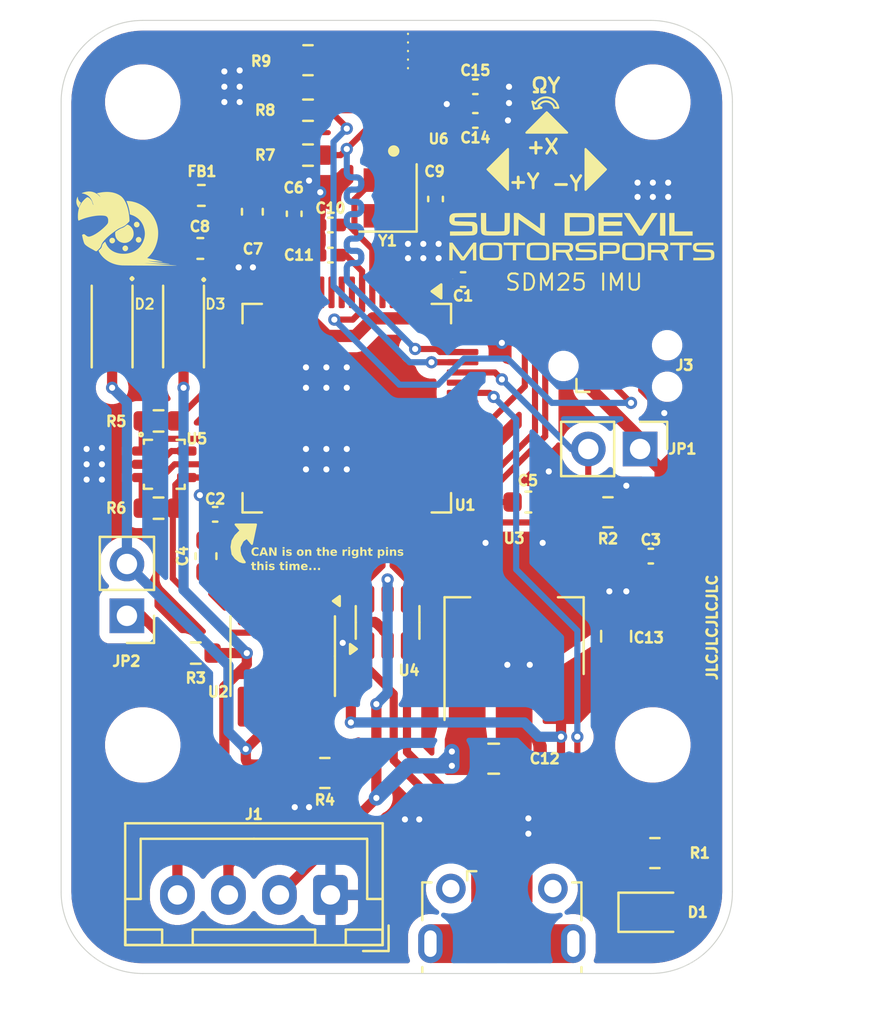
<source format=kicad_pcb>
(kicad_pcb (version 20241229) (generator "pcbnew") (generator_version "9.0")
  (layers (0 "F.Cu" signal) (4 "In1.Cu" signal) (6 "In2.Cu" signal) (2 "B.Cu" signal) (13 "F.Paste" user) (15 "B.Paste" user) (5 "F.SilkS" user "F.Silkscreen") (7 "B.SilkS" user "B.Silkscreen") (1 "F.Mask" user) (3 "B.Mask" user) (25 "Edge.Cuts" user))
  (net 0 "")
  (net 1 "+3.3V")
  (net 2 "/CS")
  (net 3 "/USER_LED")
  (net 4 "Net-(D3-A)")
  (net 5 "/Rs")
  (net 6 "GND")
  (net 7 "/BOOT0")
  (net 8 "/SDA0")
  (net 9 "/I2C2_SDA")
  (net 10 "/I2C2_SCL")
  (net 11 "Net-(JP2-A)")
  (net 12 "/CANH")
  (net 13 "/USB_D+")
  (net 14 "/D-")
  (net 15 "VCC")
  (net 16 "/D+")
  (net 17 "/USB_D-")
  (net 18 "/CTX")
  (net 19 "/CRX")
  (net 20 "/CANL")
  (net 22 "/SWDIO")
  (net 23 "Net-(U2-VDDA)")
  (net 25 "/SWO")
  (net 26 "/VCAP_2")
  (net 27 "x")
  (net 28 "SCL0")
  (net 41 "/HSE_IN")
  (net 44 "/HSE_OUT")
  (net 54 "/VCAP_1")
  (net 56 "/SWCLK")
  (net 58 "/NRST")
  (footprint "Capacitor_SMD:C_0402_1005Metric" (layer "F.Cu") (at 96.2 91.025 180)
    (property "Reference" "C10")
    (property "Value" "10pF")
  )
  (footprint "Library:SOD-123FL" (layer "F.Cu") (at 89 96 -90)
    (property "Reference" "D3")
    (property "Value" "TVS")
  )
  (footprint "Connector_USB:USB_Micro-B_Molex-105017-0001" (layer "F.Cu") (at 104.6 125)
    (property "Reference" "J2" (hide yes))
    (property "Value" "USB_B_Micro")
  )
  (footprint "Capacitor_SMD:C_0603_1608Metric" (layer "F.Cu") (at 105.9 104.6 180)
    (property "Reference" "C5")
    (property "Value" "2.2uF")
  )
  (footprint "Resistor_SMD:R_0603_1608Metric" (layer "F.Cu") (at 89.6 112 180)
    (property "Reference" "R3")
    (property "Value" "120")
  )
  (footprint "Capacitor_SMD:C_0402_1005Metric" (layer "F.Cu") (at 102.7 93.7)
    (property "Reference" "C1")
    (property "Value" "100nF")
  )
  (footprint "Capacitor_SMD:C_0603_1608Metric" (layer "F.Cu") (at 90.1 107.25 90)
    (property "Reference" "C4")
    (property "Value" "2.2uF")
  )
  (footprint "Capacitor_SMD:C_0805_2012Metric" (layer "F.Cu") (at 110.2 111.175 90)
    (property "Reference" "C13")
    (property "Value" "10uF")
  )
  (footprint "MountingHole:MountingHole_3.2mm_M3" (layer "F.Cu") (at 112 85)
    (property "Reference" "H3" (hide yes))
    (property "Value" "M3")
  )
  (footprint "Capacitor_SMD:C_0402_1005Metric" (layer "F.Cu") (at 101.35 89.75 90)
    (property "Reference" "C9")
    (property "Value" "10pF")
  )
  (footprint "Resistor_SMD:R_0805_2012Metric" (layer "F.Cu") (at 95.1 82.95)
    (property "Reference" "R9")
    (property "Value" "10k")
  )
  (footprint "Inductor_SMD:L_0603_1608Metric" (layer "F.Cu") (at 89.8725 89.575 180)
    (property "Reference" "FB1")
    (property "Value" "120R")
  )
  (footprint "Library:wheelyboi" (layer "F.Cu") (at 86.051776 91.352648)
    (property "Reference" "G***" (hide yes))
    (property "Value" "LOGO" (hide yes))
  )
  (footprint "Resistor_SMD:R_0603_1608Metric" (layer "F.Cu") (at 95.1 87.6 180)
    (property "Reference" "R7")
    (property "Value" "2.2k")
  )
  (footprint "Capacitor_SMD:C_0402_1005Metric" (layer "F.Cu") (at 111.9 107.25)
    (property "Reference" "C3")
    (property "Value" "100nF")
  )
  (footprint "" (layer "F.Cu") (at 105.15 117.175)
    (property "Reference" "")
    (property "Value" "")
  )
  (footprint "Resistor_SMD:R_0805_2012Metric" (layer "F.Cu") (at 95.925 117.875)
    (property "Reference" "R4")
    (property "Value" "10k")
  )
  (footprint "Capacitor_SMD:C_0402_1005Metric" (layer "F.Cu") (at 103.3 85.9 180)
    (property "Reference" "C14")
    (property "Value" "100 nF")
  )
  (footprint "Package_QFP:LQFP-64_10x10mm_P0.5mm" (layer "F.Cu") (at 97 100 -90)
    (property "Reference" "U1")
    (property "Value" "STM32F405RGT6")
  )
  (footprint "Connector_PinHeader_2.54mm:PinHeader_1x02_P2.54mm_Vertical" (layer "F.Cu") (at 111.375 102 -90)
    (property "Reference" "JP1")
    (property "Value" "BOOT")
  )
  (footprint "Library:SOD-123FL" (layer "F.Cu") (at 85.5 96 -90)
    (property "Reference" "D2")
    (property "Value" "TVS")
  )
  (footprint "Package_SO:SOIC-8_3.9x4.9mm_P1.27mm" (layer "F.Cu") (at 93.86 112.15 -90)
    (property "Reference" "U2")
    (property "Value" "SN65HVD230")
  )
  (footprint "Capacitor_SMD:C_0603_1608Metric" (layer "F.Cu") (at 89.8225 92.175 180)
    (property "Reference" "C8")
    (property "Value" "1uF")
  )
  (footprint "Package_TO_SOT_SMD:SOT-23-6" (layer "F.Cu") (at 99 110.5 90)
    (property "Reference" "U4")
    (property "Value" "USBLC6-2SC6")
  )
  (footprint "Connector_JST:JST_XH_B4B-XH-A_1x04_P2.50mm_Vertical" (layer "F.Cu") (at 96.2 123.85 180)
    (property "Reference" "J1")
    (property "Value" "JST-XH")
  )
  (footprint "Crystal:Crystal_SMD_2520-4Pin_2.5x2.0mm" (layer "F.Cu") (at 99.025 89.7 90)
    (property "Reference" "Y1")
    (property "Value" "12MHz")
  )
  (footprint "ISM330DHCX:LGA-14L" (layer "F.Cu") (at 100 85.4 90)
    (property "Reference" "U6")
    (property "Value" "ISM330DHCXTR")
  )
  (footprint "Resistor_SMD:R_0603_1608Metric" (layer "F.Cu") (at 87.775 100.625)
    (property "Reference" "R5")
    (property "Value" "2.7k")
  )
  (footprint "MountingHole:MountingHole_3.2mm_M3" (layer "F.Cu") (at 87 85)
    (property "Reference" "H2" (hide yes))
    (property "Value" "M3")
  )
  (footprint "Resistor_SMD:R_0805_2012Metric" (layer "F.Cu") (at 112.1 121.8 180)
    (property "Reference" "R1")
    (property "Value" "220")
  )
  (footprint "Capacitor_SMD:C_0402_1005Metric" (layer "F.Cu") (at 90.55 105.2)
    (property "Reference" "C2")
    (property "Value" "100nF")
  )
  (footprint "Connector:Tag-Connect_TC2030-IDC-NL_2x03_P1.27mm_Vertical" (layer "F.Cu") (at 110.16 97.934)
    (property "Reference" "J3")
    (property "Value" "Conn_ARM_SWD_TagConnect_TC2030")
  )
  (footprint "Capacitor_SMD:C_0402_1005Metric" (layer "F.Cu") (at 96.2 92.5)
    (property "Reference" "C11")
    (property "Value" "100nF")
  )
  (footprint "Capacitor_SMD:C_0402_1005Metric" (layer "F.Cu") (at 103.3 84.25)
    (property "Reference" "C15")
    (property "Value" "100 nF")
  )
  (footprint "" (layer "F.Cu") (at 103.25 117.175)
    (property "Reference" "")
    (property "Value" "")
  )
  (footprint "Connector_PinHeader_2.54mm:PinHeader_1x02_P2.54mm_Vertical" (layer "F.Cu") (at 86.225 110.175 180)
    (property "Reference" "JP2")
    (property "Value" "Bus Termination")
  )
  (footprint "Resistor_SMD:R_0603_1608Metric" (layer "F.Cu") (at 95.1 85.4 180)
    (property "Reference" "R8")
    (property "Value" "2.2k")
  )
  (footprint "Package_TO_SOT_SMD:SOT-223-3_TabPin2" (layer "F.Cu") (at 105.2 111.175 90)
    (property "Reference" "U3")
    (property "Value" "MIC37100-3.3WS")
  )
  (footprint "Resistor_SMD:R_0805_2012Metric" (layer "F.Cu") (at 109.8 105.1 180)
    (property "Reference" "R2")
    (property "Value" "10k")
  )
  (footprint "Capacitor_SMD:C_0402_1005Metric" (layer "F.Cu") (at 94.4225 90.475 90)
    (property "Reference" "C6")
    (property "Value" "100nF")
  )
  (footprint "Library:sdmlogo" (layer "F.Cu") (at 105.8 91.5)
    (property "Reference" "G***" (hide yes))
    (property "Value" "LOGO" (hide yes))
  )
  (footprint "LED_SMD:LED_0805_2012Metric" (layer "F.Cu") (at 112 124.7)
    (property "Reference" "D1")
    (property "Value" "GREEN")
  )
  (footprint "Resistor_SMD:R_0603_1608Metric" (layer "F.Cu") (at 87.775 104.9)
    (property "Reference" "R6")
    (property "Value" "2.7k")
  )
  (footprint "Capacitor_SMD:C_0603_1608Metric" (layer "F.Cu") (at 92.3725 90.375 90)
    (property "Reference" "C7")
    (property "Value" "1uF")
  )
  (footprint "Capacitor_SMD:C_0805_2012Metric" (layer "F.Cu") (at 104.2 117.175)
    (property "Reference" "C12")
    (property "Value" "10uF")
  )
  (footprint "MountingHole:MountingHole_3.2mm_M3" (layer "F.Cu") (at 87 116.5)
    (property "Reference" "H1" (hide yes))
    (property "Value" "M3")
  )
  (footprint "Library:SC-70-5" (layer "F.Cu") (at 88.057192 102.75)
    (property "Reference" "U5")
    (property "Value" "24LC01BT-E/LT")
  )
  (footprint "MountingHole:MountingHole_3.2mm_M3" (layer "F.Cu") (at 112 116.5)
    (property "Reference" "H4" (hide yes))
    (property "Value" "M3")
  )
  (gr_arc (start 106.243418 85.066893) (mid 106.878475 84.782249) (end 107.36501 85.279848) (stroke (width 0.1)) (layer "F.SilkS"))
  (gr_line (start 100 83.35) (end 100 81.35) (stroke (width 0.1) (type dot)) (layer "F.SilkS"))
  (gr_poly (pts (xy 103.9 88.3) (xy 104.9 89.3) (xy 104.9 87.3)) (stroke (width 0.1)) (fill yes) (layer "F.SilkS"))
  (gr_line (start 106.396229 85.195457) (end 106.53501 85.279848) (stroke (width 0.1)) (layer "F.SilkS"))
  (gr_line (start 106.243418 85.066893) (end 106.09501 84.979848) (stroke (width 0.1)) (layer "F.SilkS"))
  (gr_arc (start 106.396229 85.195457) (mid 106.81 84.97) (end 107.165009 85.279848) (stroke (width 0.1)) (layer "F.SilkS"))
  (gr_line (start 107.165009 85.279848) (end 107.36501 85.279848) (stroke (width 0.1)) (layer "F.SilkS"))
  (gr_poly (pts (xy 109.7 88.3) (xy 108.7 87.3) (xy 108.7 89.3)) (stroke (width 0.1)) (fill yes) (layer "F.SilkS"))
  (gr_poly (pts (xy 106.8 85.5) (xy 105.8 86.5) (xy 107.8 86.5)) (stroke (width 0.1)) (fill yes) (layer "F.SilkS"))
  (gr_line (start 106.53501 85.279848) (end 106.18501 85.329848) (stroke (width 0.1)) (layer "F.SilkS"))
  (gr_poly (pts (xy 92.55 105.7) (xy 91.55 105.7) (xy 91.8 106) (xy 91.55 106.25) (xy 91.4 106.5) (xy 91.35 106.8) (xy 91.4 107.15) (xy 91.55 107.35) (xy 91.75 107.5) (xy 91.9 107.55) (xy 92 107.55) (xy 91.9 107.4) (xy 91.85 107.3) (xy 91.8 107.2) (xy 91.75 107) (xy 91.75 106.8) (xy 91.8 106.7) (xy 91.9 106.5) (xy 92.1 106.35) (xy 92.35 106.65)) (stroke (width 0.1)) (fill yes) (layer "F.SilkS"))
  (gr_line (start 106.18501 85.329848) (end 106.09501 84.979848) (stroke (width 0.1)) (layer "F.SilkS"))
  (gr_arc (start 111.9 81) (mid 114.728427 82.171573) (end 115.9 85) (stroke (width 0.05)) (layer "Edge.Cuts"))
  (gr_arc (start 87 127.7) (mid 84.171573 126.528427) (end 83 123.7) (stroke (width 0.05)) (layer "Edge.Cuts"))
  (gr_line (start 83 123.7) (end 83 85) (stroke (width 0.05)) (layer "Edge.Cuts"))
  (gr_arc (start 83 85) (mid 84.171573 82.171573) (end 87 81) (stroke (width 0.05)) (layer "Edge.Cuts"))
  (gr_line (start 115.9 85) (end 115.9 123.7) (stroke (width 0.05)) (layer "Edge.Cuts"))
  (gr_arc (start 115.9 123.7) (mid 114.728427 126.528427) (end 111.9 127.7) (stroke (width 0.05)) (layer "Edge.Cuts"))
  (gr_line (start 87 81) (end 111.9 81) (stroke (width 0.05)) (layer "Edge.Cuts"))
  (gr_line (start 111.9 127.7) (end 87 127.7) (stroke (width 0.05)) (layer "Edge.Cuts"))
  (gr_text "this time..." (at 92.3 108 0) (layer "F.SilkS") (effects (font (size 0.4 0.4) (thickness 0.1) (bold yes)) (justify left bottom)))
  (gr_text "-Y" (at 107.8 89.4 0) (layer "F.SilkS") (effects (font (size 0.7 0.7) (thickness 0.14) (bold yes)) (justify bottom)))
  (gr_text "+X" (at 106.6 87.6 0) (layer "F.SilkS") (effects (font (size 0.7 0.7) (thickness 0.14) (bold yes)) (justify bottom)))
  (gr_text "ΩY" (at 106.75 84.6 0) (layer "F.SilkS") (effects (font (size 0.7 0.7) (thickness 0.14) (bold yes)) (justify bottom)))
  (gr_text "JLCJLCJLCJLC" (at 115.2 113.4 90) (layer "F.SilkS") (effects (font (size 0.5 0.5) (thickness 0.125) (bold yes)) (justify left bottom)))
  (gr_text "SDM25 IMU" (at 104.7 94.3 0) (layer "F.SilkS") (effects (font (size 0.8 0.8) (thickness 0.1)) (justify left bottom)))
  (gr_text "CAN is on the right pins" (at 92.3 107.3 0) (layer "F.SilkS") (effects (font (size 0.4 0.4) (thickness 0.1) (bold yes)) (justify left bottom)))
  (gr_text "+Y" (at 105.7 89.3 0) (layer "F.SilkS") (effects (font (size 0.7 0.7) (thickness 0.14) (bold yes)) (justify bottom)))
  (segment (start 112.38 103.005) (end 112.38 107.25) (width 0.6) (layer "F.Cu") (net 1))
  (segment (start 103.35 96.25) (end 102.675 96.25) (width 0.3) (layer "F.Cu") (net 1))
  (segment (start 103.7 95.6) (end 103.7 95.9) (width 0.3) (layer "F.Cu") (net 1))
  (segment (start 103.7 95.6) (end 103.18 95.08) (width 0.4) (layer "F.Cu") (net 1))
  (segment (start 88.475 105.025) (end 88.6 104.9) (width 0.3) (layer "F.Cu") (net 1))
  (segment (start 90.2 103.75) (end 91.325 103.75) (width 0.3) (layer "F.Cu") (net 1))
  (segment (start 92.6 95.6) (end 90.59688 95.6) (width 0.3) (layer "F.Cu") (net 1))
  (segment (start 95.733738 112.6) (end 94.6 112.6) (width 0.5) (layer "F.Cu") (net 1))
  (segment (start 91.130592 111) (end 88.475 108.344408) (width 0.3) (layer "F.Cu") (net 1))
  (segment (start 89.157192 103.4) (end 89.85 103.4) (width 0.3) (layer "F.Cu") (net 1))
  (segment (start 90.21094 99.01406) (end 88.6 100.625) (width 0.3) (layer "F.Cu") (net 1))
  (segment (start 100.75 95) (end 100.75 94.325) (width 0.3) (layer "F.Cu") (net 1))
  (segment (start 91.325 97.25) (end 90.44688 97.25) (width 0.3) (layer "F.Cu") (net 1))
  (segment (start 91.06 87.6) (end 89.085 89.575) (width 0.5) (layer "F.Cu") (net 1))
  (segment (start 103.7 95.6) (end 104.1 95.2) (width 0.6) (layer "F.Cu") (net 1))
  (segment (start 101.35 95.6) (end 100.75 95) (width 0.3) (layer "F.Cu") (net 1))
  (segment (start 102.82 85.9) (end 102.82 86.209999) (width 0.3) (layer "F.Cu") (net 1))
  (segment (start 100.75 105.675) (end 100.825 105.6) (width 0.3) (layer "F.Cu") (net 1))
  (segment (start 91.03 105.2) (end 91.03 104.045) (width 0.3) (layer "F.Cu") (net 1))
  (segment (start 94.6 112.6) (end 93.225 111.225) (width 0.5) (layer "F.Cu") (net 1))
  (segment (start 101 85.9) (end 102.82 85.9) (width 0.3) (layer "F.Cu") (net 1))
  (segment (start 94.275 85.4) (end 94.275 87.6) (width 0.5) (layer "F.Cu") (net 1))
  (segment (start 103.18 95.08) (end 103.18 93.7) (width 0.4) (layer "F.Cu") (net 1))
  (segment (start 113.7453 101.6397) (end 112.38 103.005) (width 0.6) (layer "F.Cu") (net 1))
  (segment (start 113.7453 96.4453) (end 113.7453 101.6397) (width 0.6) (layer "F.Cu") (net 1))
  (segment (start 104.1 95.2) (end 112.5 95.2) (width 0.6) (layer "F.Cu") (net 1))
  (segment (start 111.375 101.475) (end 111.375 102) (width 0.6) (layer "F.Cu") (net 1))
  (segment (start 94.1875 82.95) (end 94.1875 85.3125) (width 0.5) (layer "F.Cu") (net 1))
  (segment (start 108.89 98.99) (end 111.375 101.475) (width 0.6) (layer "F.Cu") (net 1))
  (segment (start 90.44688 97.25) (end 90.2 97.49688) (width 0.3) (layer "F.Cu") (net 1))
  (segment (start 92.4725 95.6) (end 89.0475 92.175) (width 0.6) (layer "F.Cu") (net 1))
  (segment (start 107.5 121.1375) (end 107.5 116.1) (width 0.4) (layer "F.Cu") (net 1))
  (segment (start 102.82 86.209999) (end 103.18 86.569999) (width 0.4) (layer "F.Cu") (net 1))
  (segment (start 103.18 86.569999) (end 103.18 93.7) (width 0.4) (layer "F.Cu") (net 1))
  (segment (start 90.59688 95.6) (end 90.2 95.99688) (width 0.3) (layer "F.Cu") (net 1))
  (segment (start 90.2 97.49688) (end 90.2 99.00312) (width 0.3) (layer "F.Cu") (net 1))
  (segment (start 108.3 106.35) (end 111.48 106.35) (width 0.3) (layer "F.Cu") (net 1))
  (segment (start 93.225 111.225) (end 93.225 109.675) (width 0.5) (layer "F.Cu") (net 1))
  (segment (start 100.825 105.6) (end 107.55 105.6) (width 0.3) (layer "F.Cu") (net 1))
  (segment (start 89.085 89.575) (end 89.085 92.1375) (width 0.5) (layer "F.Cu") (net 1))
  (segment (start 94.1875 85.3125) (end 94.275 85.4) (width 0.5) (layer "F.Cu") (net 1))
  (segment (start 94.275 87.6) (end 91.06 87.6) (width 0.5) (layer "F.Cu") (net 1))
  (segment (start 93.225 110.825) (end 93.05 111) (width 0.3) (layer "F.Cu") (net 1))
  (segment (start 97.2 114.066262) (end 95.733738 112.6) (width 0.5) (layer "F.Cu") (net 1))
  (segment (start 112.5 95.2) (end 113.7453 96.4453) (width 0.6) (layer "F.Cu") (net 1))
  (segment (start 98.272359 95.6) (end 97.412359 96.46) (width 0.6) (layer "F.Cu") (net 1))
  (segment (start 110.775 112.125) (end 112.38 110.52) (width 0.6) (layer "F.Cu") (net 1))
  (segment (start 96.04 96.46) (end 95.18 95.6) (width 0.6) (layer "F.Cu") (net 1))
  (segment (start 103.7 95.6) (end 101.35 95.6) (width 0.2) (layer "F.Cu") (net 1))
  (segment (start 97.412359 96.46) (end 96.04 96.46) (width 0.6) (layer "F.Cu") (net 1))
  (segment (start 103.7 95.6) (end 98.272359 95.6) (width 0.6) (layer "F.Cu") (net 1))
  (segment (start 89.157192 103.4) (end 88.95 103.4) (width 0.3) (layer "F.Cu") (net 1))
  (segment (start 90.2 95.99688) (end 90.2 97.00312) (width 0.3) (layer "F.Cu") (net 1))
  (segment (start 93.225 109.675) (end 93.225 110.825) (width 0.3) (layer "F.Cu") (net 1))
  (segment (start 110.2 112.125) (end 110.775 112.125) (width 0.6) (layer "F.Cu") (net 1))
  (segment (start 90.2 99.00312) (end 90.21094 99.01406) (width 0.3) (layer "F.Cu") (net 1))
  (segment (start 97.2 115.4) (end 97.2 114.066262) (width 0.5) (layer "F.Cu") (net 1))
  (segment (start 88.475 108.344408) (end 88.475 105.025) (width 0.3) (layer "F.Cu") (net 1))
  (segment (start 111.48 106.35) (end 112.38 107.25) (width 0.3) (layer "F.Cu") (net 1))
  (segment (start 92.6 95.6) (end 92.4725 95.6) (width 0.6) (layer "F.Cu") (net 1))
  (segment (start 89.085 92.1375) (end 89.0475 92.175) (width 0.5) (layer "F.Cu") (net 1))
  (segment (start 112.38 110.52) (end 112.38 107.25) (width 0.6) (layer "F.Cu") (net 1))
  (segment (start 107.5 116.1) (end 107.5 114.325) (width 0.5) (layer "F.Cu") (net 1))
  (segment (start 89.85 103.4) (end 90.2 103.75) (width 0.3) (layer "F.Cu") (net 1))
  (segment (start 91.03 104.045) (end 91.325 103.75) (width 0.3) (layer "F.Cu") (net 1))
  (segment (start 111.0625 124.7) (end 107.5 121.1375) (width 0.4) (layer "F.Cu") (net 1))
  (segment (start 103.7 95.9) (end 103.35 96.25) (width 0.3) (layer "F.Cu") (net 1))
  (segment (start 95.18 95.6) (end 92.6 95.6) (width 0.6) (layer "F.Cu") (net 1))
  (segment (start 111.375 102) (end 112.38 103.005) (width 0.6) (layer "F.Cu") (net 1))
  (segment (start 107.55 105.6) (end 108.3 106.35) (width 0.3) (layer "F.Cu") (net 1))
  (segment (start 100.75 84.2375) (end 102.8075 84.2375) (width 0.3) (layer "F.Cu") (net 1))
  (segment (start 90.2 97.00312) (end 90.44688 97.25) (width 0.3) (layer "F.Cu") (net 1))
  (segment (start 88.6 103.75) (end 88.6 104.9) (width 0.3) (layer "F.Cu") (net 1))
  (segment (start 102.8075 84.2375) (end 102.82 84.25) (width 0.44) (layer "F.Cu") (net 1))
  (segment (start 93.05 111) (end 91.130592 111) (width 0.3) (layer "F.Cu") (net 1))
  (segment (start 88.95 103.4) (end 88.6 103.75) (width 0.3) (layer "F.Cu") (net 1))
  (segment (start 102.82 84.25) (end 102.82 85.9) (width 0.44) (layer "F.Cu") (net 1))
  (segment (start 108.89 98.569) (end 108.89 98.99) (width 0.6) (layer "F.Cu") (net 1))
  (via (at 107.5 116.1) (size 0.6) (drill 0.3) (layers "F.Cu" "B.Cu") (net 1))
  (via (at 97.2 115.4) (size 0.6) (drill 0.3) (layers "F.Cu" "B.Cu") (net 1))
  (segment (start 105.7 115.4) (end 106.4 116.1) (width 0.5) (layer "B.Cu") (net 1))
  (segment (start 106.4 116.1) (end 107.5 116.1) (width 0.5) (layer "B.Cu") (net 1))
  (segment (start 97.2 115.4) (end 105.7 115.4) (width 0.5) (layer "B.Cu") (net 1))
  (segment (start 99 84.9) (end 97.9625 84.9) (width 0.3) (layer "F.Cu") (net 2))
  (segment (start 97.9625 84.9) (end 96.0125 82.95) (width 0.3) (layer "F.Cu") (net 2))
  (segment (start 109.8 121.8) (end 108.300003 120.300003) (width 0.3) (layer "F.Cu") (net 3))
  (segment (start 102.675 99.25) (end 104 99.25) (width 0.3) (layer "F.Cu") (net 3))
  (segment (start 104 99.25) (end 104.2 99.45) (width 0.3) (layer "F.Cu") (net 3))
  (segment (start 111.1875 121.8) (end 109.8 121.8) (width 0.3) (layer "F.Cu") (net 3))
  (segment (start 108.300003 120.300003) (end 108.300003 116.1) (width 0.3) (layer "F.Cu") (net 3))
  (via (at 108.300003 116.1) (size 0.6) (drill 0.3) (layers "F.Cu" "B.Cu") (net 3))
  (via (at 104.2 99.45) (size 0.6) (drill 0.3) (layers "F.Cu" "B.Cu") (net 3))
  (segment (start 108.300003 110.900003) (end 105.3 107.9) (width 0.3) (layer "B.Cu") (net 3))
  (segment (start 105.3 100.55) (end 104.2 99.45) (width 0.3) (layer "B.Cu") (net 3))
  (segment (start 108.300003 116.1) (end 108.300003 110.900003) (width 0.3) (layer "B.Cu") (net 3))
  (segment (start 105.3 107.9) (end 105.3 100.55) (width 0.3) (layer "B.Cu") (net 3))
  (segment (start 112.9375 124.7) (end 112.9375 121.875) (width 0.4) (layer "F.Cu") (net 4))
  (segment (start 112.9375 121.875) (end 113.0125 121.8) (width 0.4) (layer "F.Cu") (net 4))
  (segment (start 95.765 117.1225) (end 95.0125 117.875) (width 0.5) (layer "F.Cu") (net 5))
  (segment (start 95.765 114.625) (end 95.765 117.1225) (width 0.5) (layer "F.Cu") (net 5))
  (segment (start 112.56 100.24) (end 111.43 99.11) (width 0.3) (layer "F.Cu") (net 6))
  (segment (start 94.495 110.995) (end 94.495 109.675) (width 0.5) (layer "F.Cu") (net 6))
  (segment (start 103.8075 84.2375) (end 103.82 84.25) (width 0.3) (layer "F.Cu") (net 6))
  (segment (start 98.801 110.901) (end 99 111.1) (width 0.5) (layer "F.Cu") (net 6))
  (segment (start 96.8 111.5) (end 96.8 111.3709) (width 0.5) (layer "F.Cu") (net 6))
  (segment (start 95.72 92.5) (end 95.72 91.025) (width 0.4) (layer "F.Cu") (net 6))
  (segment (start 105.9 120.85) (end 105.9 123.5375) (width 0.4) (layer "F.Cu") (net 6))
  (segment (start 96.8 111.3709) (end 97.6949 110.476) (width 0.5) (layer "F.Cu") (net 6))
  (segment (start 98.801 110.8719) (end 98.801 110.901) (width 0.5) (layer "F.Cu") (net 6))
  (segment (start 90.05 106.075) (end 90.05 105.22) (width 0.4) (layer "F.Cu") (net 6))
  (segment (start 98.424 110.524) (end 98.4531 110.524) (width 0.5) (layer "F.Cu") (net 6))
  (segment (start 88.407192 102.1) (end 89.157192 102.1) (width 0.3) (layer "F.Cu") (net 6))
  (segment (start 111.43 99.11) (end 111.43 98.569) (width 0.3) (layer "F.Cu") (net 6))
  (segment (start 102.675 96.75) (end 104.55 96.75) (width 0.3) (layer "F.Cu") (net 6))
  (segment (start 96.8 111.5) (end 95 111.5) (width 0.5) (layer "F.Cu") (net 6))
  (segment (start 98.376 110.476) (end 98.424 110.524) (width 0.5) (layer "F.Cu") (net 6))
  (segment (start 90.05 105.22) (end 90.07 105.2) (width 0.4) (layer "F.Cu") (net 6))
  (segment (start 99.725 89) (end 98.325 90.4) (width 0.3) (layer "F.Cu") (net 6))
  (segment (start 101 84.9) (end 101 85.1) (width 0.3) (layer "F.Cu") (net 6))
  (segment (start 95.72 91.025) (end 94.4925 91.025) (width 0.4) (layer "F.Cu") (net 6))
  (segment (start 99.725 88.825) (end 99.4 88.825) (width 0.3) (layer "F.Cu") (net 6))
  (segment (start 87.757192 102.75) (end 88.407192 102.1) (width 0.3) (layer "F.Cu") (net 6))
  (segment (start 104.55 96.75) (end 104.6 96.8) (width 0.3) (layer "F.Cu") (net 6))
  (segment (start 95.7 89.42) (end 95.72 89.44) (width 0.4) (layer "F.Cu") (net 6))
  (segment (start 95.7 89.42) (end 95.7 89.4) (width 0.4) (layer "F.Cu") (net 6))
  (segment (start 99 111.1) (end 99 111.6375) (width 0.5) (layer "F.Cu") (net 6))
  (segment (start 95.25 92.97) (end 95.72 92.5) (width 0.3) (layer "F.Cu") (net 6))
  (segment (start 99.725 88.825) (end 99.725 89) (width 0.2) (layer "F.Cu") (net 6))
  (segment (start 101 85.1) (end 101.9 85.1) (width 0.3) (layer "F.Cu") (net 6))
  (segment (start 86.957192 102.75) (end 85.75 102.75) (width 0.3) (layer "F.Cu") (net 6))
  (segment (start 110.7125 103.8125) (end 110.7 103.8) (width 0.2) (layer "F.Cu") (net 6))
  (segment (start 91.325 96.75) (end 92.7 96.75) (width 0.3) (layer "F.Cu") (net 6))
  (segment (start 97.6949 110.476) (end 98.376 110.476) (width 0.5) (layer "F.Cu") (net 6))
  (segment (start 95.25 94.325) (end 95.25 92.97) (width 0.3) (layer "F.Cu") (net 6))
  (segment (start 101 84.9) (end 101 85.4) (width 0.3) (layer "F.Cu") (net 6))
  (segment (start 94.4925 91.025) (end 94.4225 90.955) (width 0.4) (layer "F.Cu") (net 6))
  (segment (start 95.7 89.4) (end 95.15 88.85) (width 0.4) (layer "F.Cu") (net 6))
  (segment (start 86.957192 102.75) (end 87.757192 102.75) (width 0.3) (layer "F.Cu") (net 6))
  (segment (start 90.07 105.2) (end 90.07 104.532142) (width 0.3) (layer "F.Cu") (net 6))
  (segment (start 90.07 104.532142) (end 89.800938 104.26308) (width 0.3) (layer "F.Cu") (net 6))
  (segment (start 95.72 89.44) (end 95.72 91.025) (width 0.4) (layer "F.Cu") (net 6))
  (segment (start 95 111.5) (end 94.495 110.995) (width 0.5) (layer "F.Cu") (net 6))
  (segment (start 98.4531 110.524) (end 98.801 110.8719) (width 0.5) (layer "F.Cu") (net 6))
  (via (at 101.9 85.1) (size 0.6) (drill 0.3) (layers "F.Cu" "B.Cu") (net 6))
  (via (at 95 102) (size 0.6) (drill 0.3) (layers "F.Cu" "B.Cu") (net 6))
  (via (at 91 85) (size 0.6) (drill 0.3) (layers "F.Cu" "B.Cu") (net 6))
  (via (at 84.25 102.75) (size 0.6) (drill 0.3) (layers "F.Cu" "B.Cu") (net 6))
  (via (at 97 98) (size 0.6) (drill 0.3) (layers "F.Cu" "B.Cu") (net 6))
  (via (at 91.7 93.1) (size 0.6) (drill 0.3) (layers "F.Cu" "B.Cu") (net 6))
  (via (at 91 83.5) (size 0.6) (drill 0.3) (layers "F.Cu" "B.Cu") (net 6))
  (via (at 100.55 120.15) (size 0.6) (drill 0.3) (layers "F.Cu" "B.Cu") (net 6))
  (via (at 91 84.25) (size 0.6) (drill 0.3) (layers "F.Cu" "B.Cu") (net 6))
  (via (at 96 103) (size 0.6) (drill 0.3) (layers "F.Cu" "B.Cu") (net 6))
  (via (at 85 102.75) (size 0.6) (drill 0.3) (layers "F.Cu" "B.Cu") (net 6))
  (via (at 103.8 106.6) (size 0.7) (drill 0.3) (layers "F.Cu" "B.Cu") (net 6))
  (via (at 105.96817 112.575) (size 0.7) (drill 0.3) (layers "F.Cu" "B.Cu") (net 6))
  (via (at 95.15 119.55) (size 0.6) (drill 0.3) (layers "F.Cu" "B.Cu") (net 6))
  (via (at 85 101.95) (size 0.6) (drill 0.3) (layers "F.Cu" "B.Cu") (net 6))
  (via (at 95 103) (size 0.6) (drill 0.3) (layers "F.Cu" "B.Cu") (net 6))
  (via (at 104.95 85.05) (size 0.6) (drill 0.3) (layers "F.Cu" "B.Cu") (net 6))
  (via (at 100 91.95) (size 0.6) (drill 0.3) (layers "F.Cu" "B.Cu") (net 6))
  (via (at 105.9 120.1) (size 0.6) (drill 0.3) (layers "F.Cu" "B.Cu") (net 6))
  (via (at 101.5 92.65) (size 0.6) (drill 0.3) (layers "F.Cu" "B.Cu") (net 6))
  (via (at 112.75 89.65) (size 0.6) (drill 0.3) (layers "F.Cu" "B.Cu") (net 6))
  (via (at 112 89.65) (size 0.6) (drill 0.3) (layers "F.Cu" "B.Cu") (net 6))
  (via (at 104.86817 112.575) (size 0.7) (drill 0.3) (layers "F.Cu" "B.Cu") (net 6))
  (via (at 84.25 102) (size 0.6) (drill 0.3) (layers "F.Cu" "B.Cu") (net 6))
  (via (at 111.25 89.65) (size 0.6) (drill 0.3) (layers "F.Cu" "B.Cu") (net 6))
  (via (at 99.85 120.15) (size 0.6) (drill 0.3) (layers "F.Cu" "B.Cu") (net 6))
  (via (at 97 99) (size 0.6) (drill 0.3) (layers "F.Cu" "B.Cu") (net 6))
  (via (at 91.75 85) (size 0.6) (drill 0.3) (layers "F.Cu" "B.Cu") (net 6))
  (via (at 95.7 89.42) (size 0.6) (drill 0.3) (layers "F.Cu" "B.Cu") (net 6))
  (via (at 104.6 96.8) (size 0.6) (drill 0.3) (layers "F.Cu" "B.Cu") (net 6))
  (via (at 95 99) (size 0.6) (drill 0.3) (layers "F.Cu" "B.Cu") (net 6))
  (via (at 89.800938 104.26308) (size 0.6) (drill 0.3) (layers "F.Cu" "B.Cu") (net 6))
  (via (at 106.6 106.6) (size 0.7) (drill 0.3) (layers "F.Cu" "B.Cu") (net 6))
  (via (at 109.86817 108.975) (size 0.7) (drill 0.3) (layers "F.Cu" "B.Cu") (net 6))
  (via (at 92.4 93.1) (size 0.6) (drill 0.3) (layers "F.Cu" "B.Cu") (net 6))
  (via (at 91.75 83.45) (size 0.6) (drill 0.3) (layers "F.Cu" "B.Cu") (net 6))
  (via (at 95.15 88.85) (size 0.6) (drill 0.3) (layers "F.Cu" "B.Cu") (net 6))
  (via (at 94.45 119.55) (size 0.6) (drill 0.3) (layers "F.Cu" "B.Cu") (net 6))
  (via (at 97 102) (size 0.6) (drill 0.3) (layers "F.Cu" "B.Cu") (net 6))
  (via (at 100.75 92.65) (size 0.6) (drill 0.3) (layers "F.Cu" "B.Cu") (net 6))
  (via (at 110.7 103.8) (size 0.6) (drill 0.3) (layers "F.Cu" "B.Cu") (net 6))
  (via (at 97 103) (size 0.6) (drill 0.3) (layers "F.Cu" "B.Cu") (net 6))
  (via (at 101.5 91.95) (size 0.6) (drill 0.3) (layers "F.Cu" "B.Cu") (net 6))
  (via (at 100.75 91.95) (size 0.6) (drill 0.3) (layers "F.Cu" "B.Cu") (net 6))
  (via (at 110.7 108.975) (size 0.7) (drill 0.3) (layers "F.Cu" "B.Cu") (net 6))
  (via (at 104.9 85.9) (size 0.6) (drill 0.3) (layers "F.Cu" "B.Cu") (net 6))
  (via (at 104.95 84.25) (size 0.6) (drill 0.3) (layers "F.Cu" "B.Cu") (net 6))
  (via (at 96 99) (size 0.6) (drill 0.3) (layers "F.Cu" "B.Cu") (net 6))
  (via (at 111.25 88.95) (size 0.6) (drill 0.3) (layers "F.Cu" "B.Cu") (net 6))
  (via (at 85 103.5) (size 0.6) (drill 0.3) (layers "F.Cu" "B.Cu") (net 6))
  (via (at 96 98) (size 0.6) (drill 0.3) (layers "F.Cu" "B.Cu") (net 6))
  (via (at 105.9 120.85) (size 0.6) (drill 0.3) (layers "F.Cu" "B.Cu") (net 6))
  (via (at 91.75 84.25) (size 0.6) (drill 0.3) (layers "F.Cu" "B.Cu") (net 6))
  (via (at 112.56 100.24) (size 0.6) (drill 0.3) (layers "F.Cu" "B.Cu") (net 6))
  (via (at 96 102) (size 0.6) (drill 0.3) (layers "F.Cu" "B.Cu") (net 6))
  (via (at 84.25 103.5) (size 0.6) (drill 0.3) (layers "F.Cu" "B.Cu") (net 6))
  (via (at 95 98) (size 0.6) (drill 0.3) (layers "F.Cu" "B.Cu") (net 6))
  (via (at 112.75 88.95) (size 0.6) (drill 0.3) (layers "F.Cu" "B.Cu") (net 6))
  (via (at 96.8 111.5) (size 0.6) (drill 0.3) (layers "F.Cu" "B.Cu") (net 6))
  (via (at 106.9 103.1) (size 0.6) (drill 0.3) (layers "F.Cu" "B.Cu") (net 6))
  (via (at 112 88.95) (size 0.6) (drill 0.3) (layers "F.Cu" "B.Cu") (net 6))
  (via (at 100 92.65) (size 0.6) (drill 0.3) (layers "F.Cu" "B.Cu") (net 6))
  (segment (start 108.835 105.0475) (end 108.8875 105.1) (width 0.3) (layer "F.Cu") (net 7))
  (segment (start 104.26 98.25) (end 102.675 98.25) (width 0.3) (layer "F.Cu") (net 7))
  (segment (start 108.835 102) (end 108.835 105.0475) (width 0.3) (layer "F.Cu") (net 7))
  (segment (start 104.6 98.59) (end 104.26 98.25) (width 0.3) (layer "F.Cu") (net 7))
  (via (at 104.6 98.59) (size 0.6) (drill 0.3) (layers "F.Cu" "B.Cu") (net 7))
  (segment (start 108.01 102) (end 108.835 102) (width 0.3) (layer "B.Cu") (net 7))
  (segment (start 104.6 98.59) (end 108.01 102) (width 0.3) (layer "B.Cu") (net 7))
  (segment (start 101.569239 97.25) (end 102.675 97.25) (width 0.3) (layer "F.Cu") (net 8))
  (segment (start 96.7 87.6) (end 97 87.3) (width 0.3) (layer "F.Cu") (net 8))
  (segment (start 101.419239 97.1) (end 101.569239 97.25) (width 0.3) (layer "F.Cu") (net 8))
  (segment (start 95.925 87.6) (end 96.7 87.6) (width 0.3) (layer "F.Cu") (net 8))
  (segment (start 97 87.3) (end 98.4 85.9) (width 0.3) (layer "F.Cu") (net 8))
  (segment (start 98.4 85.9) (end 99 85.9) (width 0.3) (layer "F.Cu") (net 8))
  (segment (start 100.35 97.1) (end 101.419239 97.1) (width 0.3) (layer "F.Cu") (net 8))
  (via (at 100.35 97.1) (size 0.6) (drill 0.3) (layers "F.Cu" "B.Cu") (net 8))
  (via (at 97 87.3) (size 0.6) (drill 0.3) (layers "F.Cu" "B.Cu") (net 8))
  (segment (start 97.71 90.13) (end 97.71 90.25) (width 0.3) (layer "B.Cu") (net 8))
  (segment (start 97.47 91.69) (end 97.24 91.69) (width 0.3) (layer "B.Cu") (net 8))
  (segment (start 97.24 92.29) (end 97.47 92.29) (width 0.3) (layer "B.Cu") (net 8))
  (segment (start 97.24 91.09) (end 97.47 91.09) (width 0.3) (layer "B.Cu") (net 8))
  (segment (start 97 93.75) (end 97.35 94.1) (width 0.3) (layer "B.Cu") (net 8))
  (segment (start 97.47 90.49) (end 97.24 90.49) (width 0.3) (layer "B.Cu") (net 8))
  (segment (start 97.24 89.89) (end 97.47 89.89) (width 0.3) (layer "B.Cu") (net 8))
  (segment (start 97.47 89.29) (end 97.24 89.29) (width 0.3) (layer "B.Cu") (net 8))
  (segment (start 97.71 88.93) (end 97.71 89.05) (width 0.3) (layer "B.Cu") (net 8))
  (segment (start 97.24 88.69) (end 97.47 88.69) (width 0.3) (layer "B.Cu") (net 8))
  (segment (start 97.71 91.33) (end 97.71 91.45) (width 0.3) (layer "B.Cu") (net 8))
  (segment (start 97.47 92.89) (end 97.24 92.89) (width 0.3) (layer "B.Cu") (net 8))
  (segment (start 97 89.53) (end 97 89.65) (width 0.3) (layer "B.Cu") (net 8))
  (segment (start 97.71 92.53) (end 97.71 92.65) (width 0.3) (layer "B.Cu") (net 8))
  (segment (start 97 90.73) (end 97 90.85) (width 0.3) (layer "B.Cu") (net 8))
  (segment (start 97 93.13) (end 97 93.25) (width 0.3) (layer "B.Cu") (net 8))
  (segment (start 97.35 94.1) (end 100.35 97.1) (width 0.3) (layer "B.Cu") (net 8))
  (segment (start 97 87.3) (end 97 88.45) (width 0.3) (layer "B.Cu") (net 8))
  (segment (start 97 91.93) (end 97 92.05) (width 0.3) (layer "B.Cu") (net 8))
  (segment (start 97 93.25) (end 97 93.75) (width 0.3) (layer "B.Cu") (net 8))
  (arc (start 97.47 91.09) (mid 97.639706 91.160294) (end 97.71 91.33) (width 0.3) (layer "B.Cu") (net 8))
  (arc (start 97 88.45) (mid 97.070294 88.619706) (end 97.24 88.69) (width 0.3) (layer "B.Cu") (net 8))
  (arc (start 97.71 92.65) (mid 97.639706 92.819706) (end 97.47 92.89) (width 0.3) (layer "B.Cu") (net 8))
  (arc (start 97 90.85) (mid 97.070294 91.019706) (end 97.24 91.09) (width 0.3) (layer "B.Cu") (net 8))
  (arc (start 97 89.65) (mid 97.070294 89.819706) (end 97.24 89.89) (width 0.3) (layer "B.Cu") (net 8))
  (arc (start 97.71 91.45) (mid 97.639706 91.619706) (end 97.47 91.69) (width 0.3) (layer "B.Cu") (net 8))
  (arc (start 97.71 89.05) (mid 97.639706 89.219706) (end 97.47 89.29) (width 0.3) (layer "B.Cu") (net 8))
  (arc (start 97.24 89.29) (mid 97.070294 89.360294) (end 97 89.53) (width 0.3) (layer "B.Cu") (net 8))
  (arc (start 97.47 92.29) (mid 97.639706 92.360294) (end 97.71 92.53) (width 0.3) (layer "B.Cu") (net 8))
  (arc (start 97.71 90.25) (mid 97.639706 90.419706) (end 97.47 90.49) (width 0.3) (layer "B.Cu") (net 8))
  (arc (start 97 92.05) (mid 97.070294 92.219706) (end 97.24 92.29) (width 0.3) (layer "B.Cu") (net 8))
  (arc (start 97.24 90.49) (mid 97.070294 90.560294) (end 97 90.73) (width 0.3) (layer "B.Cu") (net 8))
  (arc (start 97.47 88.69) (mid 97.639706 88.760294) (end 97.71 88.93) (width 0.3) (layer "B.Cu") (net 8))
  (arc (start 97.24 92.89) (mid 97.070294 92.960294) (end 97 93.13) (width 0.3) (layer "B.Cu") (net 8))
  (arc (start 97.47 89.89) (mid 97.639706 89.960294) (end 97.71 90.13) (width 0.3) (layer "B.Cu") (net 8))
  (arc (start 97.24 91.69) (mid 97.070294 91.760294) (end 97 91.93) (width 0.3) (layer "B.Cu") (net 8))
  (segment (start 86.957192 103.4) (end 87.9125 103.4) (width 0.3) (layer "F.Cu") (net 9))
  (segment (start 86.95 103.407192) (end 86.957192 103.4) (width 0.3) (layer "F.Cu") (net 9))
  (segment (start 87.9125 103.4) (end 88.5625 102.75) (width 0.3) (layer "F.Cu") (net 9))
  (segment (start 86.95 104.9) (end 86.95 103.407192) (width 0.3) (layer "F.Cu") (net 9))
  (segment (start 88.5625 102.75) (end 91.325 102.75) (width 0.3) (layer "F.Cu") (net 9))
  (segment (start 86.95 102.092808) (end 86.957192 102.1) (width 0.3) (layer "F.Cu") (net 10))
  (segment (start 88.2 101.5) (end 89.69688 101.5) (width 0.3) (layer "F.Cu") (net 10))
  (segment (start 87.6 102.1) (end 88.2 101.5) (width 0.3) (layer "F.Cu") (net 10))
  (segment (start 90.44688 102.25) (end 91.325 102.25) (width 0.3) (layer "F.Cu") (net 10))
  (segment (start 86.95 100.625) (end 86.95 102.092808) (width 0.3) (layer "F.Cu") (net 10))
  (segment (start 89.69688 101.5) (end 90.44688 102.25) (width 0.3) (layer "F.Cu") (net 10))
  (segment (start 86.957192 102.1) (end 87.6 102.1) (width 0.3) (layer "F.Cu") (net 10))
  (segment (start 86.225 110.175) (end 86.95 110.175) (width 0.5) (layer "F.Cu") (net 11))
  (segment (start 86.95 110.175) (end 88.775 112) (width 0.5) (layer "F.Cu") (net 11))
  (segment (start 90.175 120.55) (end 88.7 122.025) (width 0.5) (layer "F.Cu") (net 12))
  (segment (start 94.495 113.745) (end 93.775 113.025) (width 0.5) (layer "F.Cu") (net 12))
  (segment (start 94.495 114.625) (end 94.495 113.745) (width 0.5) (layer "F.Cu") (net 12))
  (segment (start 92.1 112) (end 90.425 112) (width 0.5) (layer "F.Cu") (net 12))
  (segment (start 91.625 113.025) (end 91 113.65) (width 0.5) (layer "F.Cu") (net 12))
  (segment (start 91 113.65) (end 91 117.4) (width 0.5) (layer "F.Cu") (net 12))
  (segment (start 90.175 118.225) (end 90.175 120.55) (width 0.5) (layer "F.Cu") (net 12))
  (segment (start 93.775 113.025) (end 91.625 113.025) (width 0.5) (layer "F.Cu") (net 12))
  (segment (start 91.625 113.025) (end 92.1 112.55) (width 0.5) (layer "F.Cu") (net 12))
  (segment (start 91 117.4) (end 90.175 118.225) (width 0.5) (layer "F.Cu") (net 12))
  (segment (start 89 97.61) (end 89 99) (width 0.5) (layer "F.Cu") (net 12))
  (segment (start 92.1 112.55) (end 92.1 112) (width 0.5) (layer "F.Cu") (net 12))
  (segment (start 88.7 122.025) (end 88.7 123.85) (width 0.5) (layer "F.Cu") (net 12))
  (via (at 89 99) (size 0.6) (drill 0.3) (layers "F.Cu" "B.Cu") (net 12))
  (via (at 92.1 112) (size 0.6) (drill 0.3) (layers "F.Cu" "B.Cu") (net 12))
  (segment (start 92.1 112) (end 89 108.9) (width 0.5) (layer "B.Cu") (net 12))
  (segment (start 89 108.9) (end 89 99) (width 0.5) (layer "B.Cu") (net 12))
  (segment (start 99.25 107.725) (end 99.25 105.675) (width 0.3) (layer "F.Cu") (net 13))
  (segment (start 99.95 108.425) (end 99.25 107.725) (width 0.3) (layer "F.Cu") (net 13))
  (segment (start 99.95 109.3625) (end 99.95 108.425) (width 0.3) (layer "F.Cu") (net 13))
  (segment (start 103.95 123.5375) (end 103.95 121.900058) (width 0.4) (layer "F.Cu") (net 14))
  (segment (start 103.95 121.900058) (end 99.3 117.250058) (width 0.4) (layer "F.Cu") (net 14))
  (segment (start 99.3 117.250058) (end 99.3 114) (width 0.4) (layer "F.Cu") (net 14))
  (segment (start 98.05 112.75) (end 98.05 111.6375) (width 0.4) (layer "F.Cu") (net 14))
  (segment (start 99.3 114) (end 98.05 112.75) (width 0.4) (layer "F.Cu") (net 14))
  (segment (start 98.45 119.1) (end 93.7 123.85) (width 0.5) (layer "F.Cu") (net 15))
  (segment (start 99 109.3625) (end 99 108.394239) (width 0.3) (layer "F.Cu") (net 15))
  (segment (start 95.935 121.615) (end 102.815 121.615) (width 0.4) (layer "F.Cu") (net 15))
  (segment (start 102.815 121.615) (end 103.3 122.1) (width 0.4) (layer "F.Cu") (net 15))
  (segment (start 98.45 114.5) (end 98.45 119.1) (width 0.5) (layer "F.Cu") (net 15))
  (segment (start 93.7 123.85) (end 95.935 121.615) (width 0.4) (layer "F.Cu") (net 15))
  (segment (start 103.3 122.1) (end 103.3 123.5375) (width 0.4) (layer "F.Cu") (net 15))
  (via (at 99 108.394239) (size 0.6) (drill 0.3) (layers "F.Cu" "B.Cu") (net 15))
  (via (at 102.15 117.525) (size 0.6) (drill 0.3) (layers "F.Cu" "B.Cu") (net 15))
  (via (at 98.45 119.1) (size 0.6) (drill 0.3) (layers "F.Cu" "B.Cu") (net 15))
  (via (at 98.45 114.5) (size 0.6) (drill 0.3) (layers "F.Cu" "B.Cu") (net 15))
  (via (at 102.15 116.825) (size 0.6) (drill 0.3) (layers "F.Cu" "B.Cu") (net 15))
  (segment (start 100.025 117.525) (end 98.45 119.1) (width 0.75) (layer "B.Cu") (net 15))
  (segment (start 101.45 117.525) (end 102.15 116.825) (width 0.5) (layer "B.Cu") (net 15))
  (segment (start 98.45 114.5) (end 99 113.95) (width 0.5) (layer "B.Cu") (net 15))
  (segment (start 99 113.95) (end 99 108.394239) (width 0.5) (layer "B.Cu") (net 15))
  (segment (start 102.15 117.525) (end 100.025 117.525) (width 0.75) (layer "B.Cu") (net 15))
  (segment (start 100.025 117.525) (end 101.45 117.525) (width 0.5) (layer "B.Cu") (net 15))
  (segment (start 102.15 116.825) (end 102.15 117.525) (width 0.75) (layer "B.Cu") (net 15))
  (segment (start 104.6 123.5375) (end 104.6 121.5) (width 0.4) (layer "F.Cu") (net 16))
  (segment (start 99.95 116.85) (end 99.95 111.6375) (width 0.4) (layer "F.Cu") (net 16))
  (segment (start 104.6 121.5) (end 99.95 116.85) (width 0.4) (layer "F.Cu") (net 16))
  (segment (start 98.05 108.425) (end 98.75 107.725) (width 0.3) (layer "F.Cu") (net 17))
  (segment (start 98.05 109.3625) (end 98.05 108.425) (width 0.3) (layer "F.Cu") (net 17))
  (segment (start 98.75 107.725) (end 98.75 105.675) (width 0.3) (layer "F.Cu") (net 17))
  (segment (start 91.955 108.945) (end 91.955 109.675) (width 0.3) (layer "F.Cu") (net 18))
  (segment (start 93.75 104.79688) (end 93.50312 104.55) (width 0.3) (layer "F.Cu") (net 18))
  (segment (start 92.99688 104.55) (end 92.7 104.84688) (width 0.3) (layer "F.Cu") (net 18))
  (segment (start 92.7 108.2) (end 91.955 108.945) (width 0.3) (layer "F.Cu") (net 18))
  (segment (start 93.50312 104.55) (end 92.99688 104.55) (width 0.3) (layer "F.Cu") (net 18))
  (segment (start 92.7 104.84688) (end 92.7 108.2) (width 0.3) (layer "F.Cu") (net 18))
  (segment (start 93.75 105.675) (end 93.75 104.79688) (width 0.3) (layer "F.Cu") (net 18))
  (segment (start 95.765 109.115) (end 95.765 109.675) (width 0.3) (layer "F.Cu") (net 19))
  (segment (start 95.309406 108.659406) (end 95.765 109.115) (width 0.3) (layer "F.Cu") (net 19))
  (segment (start 94.187668 108.159922) (end 94.300805 108.273059) (width 0.3) (layer "F.Cu") (net 19))
  (segment (start 94.435155 107.092191) (end 94.520007 107.177043) (width 0.3) (layer "F.Cu") (net 19))
  (segment (start 93.317928 107.360893) (end 93.40278 107.445745) (width 0.3) (layer "F.Cu") (net 19))
  (segment (start 94.923058 108.273059) (end 95.036196 108.386196) (width 0.3) (layer "F.Cu") (net 19))
  (segment (start 93.325 107.014411) (end 93.317928 107.021482) (width 0.3) (layer "F.Cu") (net 19))
  (segment (start 93.749263 107.438673) (end 93.918968 107.268968) (width 0.3) (layer "F.Cu") (net 19))
  (segment (start 94.343232 107.693232) (end 94.187668 107.848795) (width 0.3) (layer "F.Cu") (net 19))
  (segment (start 93.918968 107.268968) (end 94.095743 107.09219) (width 0.3) (layer "F.Cu") (net 19))
  (segment (start 93.25 106.6) (end 93.325 106.675) (width 0.3) (layer "F.Cu") (net 19))
  (segment (start 95.036196 108.386196) (end 95.309406 108.659406) (width 0.3) (layer "F.Cu") (net 19))
  (segment (start 93.25 105.675) (end 93.25 106.6) (width 0.3) (layer "F.Cu") (net 19))
  (segment (start 94.520007 107.516455) (end 94.343231 107.693232) (width 0.3) (layer "F.Cu") (net 19))
  (segment (start 93.742192 107.445745) (end 93.749263 107.438673) (width 0.3) (layer "F.Cu") (net 19))
  (segment (start 94.343231 107.693232) (end 94.343232 107.693232) (width 0.3) (layer "F.Cu") (net 19))
  (arc (start 93.325 106.675) (mid 93.395294 106.844706) (end 93.325 107.014411) (width 0.3) (layer "F.Cu") (net 19))
  (arc (start 93.317928 107.021482) (mid 93.247634 107.191187) (end 93.317928 107.360893) (width 0.3) (layer "F.Cu") (net 19))
  (arc (start 94.611932 108.273059) (mid 94.767495 108.208623) (end 94.923058 108.273059) (width 0.3) (layer "F.Cu") (net 19))
  (arc (start 94.300805 108.273059) (mid 94.456369 108.337495) (end 94.611932 108.273059) (width 0.3) (layer "F.Cu") (net 19))
  (arc (start 94.095743 107.09219) (mid 94.265449 107.021897) (end 94.435155 107.092191) (width 0.3) (layer "F.Cu") (net 19))
  (arc (start 94.520007 107.177043) (mid 94.590303 107.34675) (end 94.520007 107.516455) (width 0.3) (layer "F.Cu") (net 19))
  (arc (start 93.40278 107.445745) (mid 93.572486 107.51604) (end 93.742192 107.445745) (width 0.3) (layer "F.Cu") (net 19))
  (arc (start 94.187668 107.848795) (mid 94.123232 108.004358) (end 94.187668 108.159922) (width 0.3) (layer "F.Cu") (net 19))
  (segment (start 92.05 120.807489) (end 92.05 120.959489) (width 0.5) (layer "F.Cu") (net 20))
  (segment (start 91.2 122.375) (end 91.2 122.475) (width 0.5) (layer "F.Cu") (net 20))
  (segment (start 91.444 120.503489) (end 91.746 120.503489) (width 0.5) (layer "F.Cu") (net 20))
  (segment (start 92.96 117.767489) (end 92.96 117.919489) (width 0.5) (layer "F.Cu") (net 20))
  (segment (start 92.05 121.525) (end 91.2 122.375) (width 0.5) (layer "F.Cu") (net 20))
  (segment (start 85.5 97.61) (end 85.5 99) (width 0.5) (layer "F.Cu") (net 20))
  (segment (start 92.354 118.223489) (end 92.05 118.223489) (width 0.5) (layer "F.Cu") (net 20))
  (segment (start 93.225 115.525) (end 92.05 116.7) (width 0.5) (layer "F.Cu") (net 20))
  (segment (start 92.05 119.743489) (end 91.746 119.743489) (width 0.5) (layer "F.Cu") (net 20))
  (segment (start 92.05 118.983489) (end 92.656 118.983489) (width 0.5) (layer "F.Cu") (net 20))
  (segment (start 91.14 118.527489) (end 91.14 118.679489) (width 0.5) (layer "F.Cu") (net 20))
  (segment (start 91.444 118.983489) (end 92.05 118.983489) (width 0.5) (layer "F.Cu") (net 20))
  (segment (start 92.96 119.287489) (end 92.96 119.439489) (width 0.5) (layer "F.Cu") (net 20))
  (segment (start 92.05 116.7) (end 92.05 117.159489) (width 0.5) (layer "F.Cu") (net 20))
  (segment (start 93.225 114.625) (end 93.225 115.525) (width 0.5) (layer "F.Cu") (net 20))
  (segment (start 91.14 120.047489) (end 91.14 120.199489) (width 0.5) (layer "F.Cu") (net 20))
  (segment (start 92.05 118.223489) (end 91.444 118.223489) (width 0.5) (layer "F.Cu") (net 20))
  (segment (start 91.746 119.743489) (end 91.444 119.743489) (width 0.5) (layer "F.Cu") (net 20))
  (segment (start 92.05 120.959489) (end 92.05 121.525) (width 0.5) (layer "F.Cu") (net 20))
  (segment (start 92.656 119.743489) (end 92.05 119.743489) (width 0.5) (layer "F.Cu") (net 20))
  (segment (start 92.354 117.463489) (end 92.656 117.463489) (width 0.5) (layer "F.Cu") (net 20))
  (segment (start 92.656 118.223489) (end 92.354 118.223489) (width 0.5) (layer "F.Cu") (net 20))
  (segment (start 91.2 122.475) (end 91.2 123.85) (width 0.5) (layer "F.Cu") (net 20))
  (via (at 92.05 116.7) (size 0.6) (drill 0.3) (layers "F.Cu" "B.Cu") (net 20))
  (via (at 85.5 99) (size 0.6) (drill 0.3) (layers "F.Cu" "B.Cu") (net 20))
  (arc (start 92.05 117.159489) (mid 92.13904 117.374449) (end 92.354 117.463489) (width 0.5) (layer "F.Cu") (net 20))
  (arc (start 91.14 118.679489) (mid 91.22904 118.894449) (end 91.444 118.983489) (width 0.5) (layer "F.Cu") (net 20))
  (arc (start 91.746 120.503489) (mid 91.96096 120.592529) (end 92.05 120.807489) (width 0.5) (layer "F.Cu") (net 20))
  (arc (start 92.656 117.463489) (mid 92.87096 117.552529) (end 92.96 117.767489) (width 0.5) (layer "F.Cu") (net 20))
  (arc (start 91.444 119.743489) (mid 91.22904 119.832529) (end 91.14 120.047489) (width 0.5) (layer "F.Cu") (net 20))
  (arc (start 91.444 118.223489) (mid 91.22904 118.312529) (end 91.14 118.527489) (width 0.5) (layer "F.Cu") (net 20))
  (arc (start 92.96 119.439489) (mid 92.87096 119.654449) (end 92.656 119.743489) (width 0.5) (layer "F.Cu") (net 20))
  (arc (start 91.14 120.199489) (mid 91.22904 120.414449) (end 91.444 120.503489) (width 0.5) (layer "F.Cu") (net 20))
  (arc (start 92.656 118.983489) (mid 92.87096 119.072529) (end 92.96 119.287489) (width 0.5) (layer "F.Cu") (net 20))
  (arc (start 92.96 117.919489) (mid 92.87096 118.134449) (end 92.656 118.223489) (width 0.5) (layer "F.Cu") (net 20))
  (segment (start 86.225 107.635) (end 86.225 99.725) (width 0.5) (layer "B.Cu") (net 20))
  (segment (start 91.2 112.61) (end 86.225 107.635) (width 0.5) (layer "B.Cu") (net 20))
  (segment (start 86.225 99.725) (end 85.5 99) (width 0.5) (layer "B.Cu") (net 20))
  (segment (start 91.2 115.85) (end 92.05 116.7) (width 0.5) (layer "B.Cu") (net 20))
  (segment (start 91.2 115.85) (end 91.2 112.61) (width 0.5) (layer "B.Cu") (net 20))
  (segment (start 106.7247 101.3753) (end 106.7247 97.563155) (width 0.3) (layer "F.Cu") (net 22))
  (segment (start 101.3 104.05) (end 101.75 104.5) (width 0.3) (layer "F.Cu") (net 22))
  (segment (start 107.437855 96.85) (end 108.441 96.85) (width 0.3) (layer "F.Cu") (net 22))
  (segment (start 101.75 104.5) (end 103.6 104.5) (width 0.3) (layer "F.Cu") (net 22))
  (segment (start 100.242894 104.05) (end 101.3 104.05) (width 0.3) (layer "F.Cu") (net 22))
  (segment (start 99.75 104.542894) (end 100.242894 104.05) (width 0.3) (layer "F.Cu") (net 22))
  (segment (start 99.75 105.675) (end 99.75 104.542894) (width 0.3) (layer "F.Cu") (net 22))
  (segment (start 106.7247 97.563155) (end 107.437855 96.85) (width 0.3) (layer "F.Cu") (net 22))
  (segment (start 108.441 96.85) (end 108.89 97.299) (width 0.3) (layer "F.Cu") (net 22))
  (segment (start 103.6 104.5) (end 106.7247 101.3753) (width 0.3) (layer "F.Cu") (net 22))
  (segment (start 93.7625 91.7625) (end 93.7625 89.865) (width 0.3) (layer "F.Cu") (net 23))
  (segment (start 90.66 89.575) (end 92.3475 89.575) (width 0.5) (layer "F.Cu") (net 23))
  (segment (start 93.7625 89.865) (end 94.0275 89.6) (width 0.3) (layer "F.Cu") (net 23))
  (segment (start 94.0275 89.6) (end 94.4225 89.995) (width 0.5) (layer "F.Cu") (net 23))
  (segment (start 94.75 94.325) (end 94.75 92.75) (width 0.3) (layer "F.Cu") (net 23))
  (segment (start 92.3725 89.6) (end 94.0275 89.6) (width 0.5) (layer "F.Cu") (net 23))
  (segment (start 92.3475 89.575) (end 92.3725 89.6) (width 0.5) (layer "F.Cu") (net 23))
  (segment (start 94.75 92.75) (end 93.7625 91.7625) (width 0.3) (layer "F.Cu") (net 23))
  (segment (start 111.43 97.299) (end 109.981 95.85) (width 0.3) (layer "F.Cu") (net 25))
  (segment (start 105.7247 98.9253) (end 103.9 100.75) (width 0.3) (layer "F.Cu") (net 25))
  (segment (start 106.942893 95.85) (end 105.7247 97.068193) (width 0.3) (layer "F.Cu") (net 25))
  (segment (start 109.981 95.85) (end 106.942893 95.85) (width 0.3) (layer "F.Cu") (net 25))
  (segment (start 105.7247 97.068193) (end 105.7247 98.9253) (width 0.3) (layer "F.Cu") (net 25))
  (segment (start 103.9 100.75) (end 102.675 100.75) (width 0.3) (layer "F.Cu") (net 25))
  (segment (start 101.092894 104.55) (end 101.542894 105) (width 0.3) (layer "F.Cu") (net 26))
  (segment (start 100.45 104.55) (end 101.092894 104.55) (width 0.3) (layer "F.Cu") (net 26))
  (segment (start 100.25 105.675) (end 100.25 104.75) (width 0.3) (layer "F.Cu") (net 26))
  (segment (start 104.207106 104.6) (end 105.125 104.6) (width 0.3) (layer "F.Cu") (net 26))
  (segment (start 101.542894 105) (end 103.807106 105) (width 0.3) (layer "F.Cu") (net 26))
  (segment (start 103.807106 105) (end 104.207106 104.6) (width 0.3) (layer "F.Cu") (net 26))
  (segment (start 100.25 104.75) (end 100.45 104.55) (width 0.3) (layer "F.Cu") (net 26))
  (segment (start 97 86.3) (end 97 86.25) (width 0.3) (layer "F.Cu") (net 28))
  (segment (start 97 86.25) (end 96.15 85.4) (width 0.3) (layer "F.Cu") (net 28))
  (segment (start 96.15 85.4) (end 95.925 85.4) (width 0.3) (layer "F.Cu") (net 28))
  (segment (start 95.925 85.4) (end 96.1 85.4) (width 0.3) (layer "F.Cu") (net 28))
  (segment (start 101.15 97.75) (end 102.675 97.75) (width 0.3) (layer "F.Cu") (net 28))
  (segment (start 95.925 85.4) (end 99 85.4) (width 0.3) (layer "F.Cu") (net 28))
  (via (at 101.15 97.75) (size 0.6) (drill 0.3) (layers "F.Cu" "B.Cu") (net 28))
  (via (at 97 86.3) (size 0.6) (drill 0.3) (layers "F.Cu" "B.Cu") (net 28))
  (segment (start 96.35 94.019239) (end 100.080761 97.75) (width 0.3) (layer "B.Cu") (net 28))
  (segment (start 96.35 86.95) (end 96.35 94.019239) (width 0.3) (layer "B.Cu") (net 28))
  (segment (start 100.080761 97.75) (end 101.15 97.75) (width 0.3) (layer "B.Cu") (net 28))
  (segment (start 97 86.3) (end 96.35 86.95) (width 0.3) (layer "B.Cu") (net 28))
  (segment (start 98.75 94.325) (end 98.75 92.025) (width 0.3) (layer "F.Cu") (net 41))
  (segment (start 99.725 90.575) (end 100.05 90.25) (width 0.3) (layer "F.Cu") (net 41))
  (segment (start 99.725 91.05) (end 99.725 90.575) (width 0.3) (layer "F.Cu") (net 41))
  (segment (start 98.75 92.025) (end 99.725 91.05) (width 0.3) (layer "F.Cu") (net 41))
  (segment (start 101.33 90.25) (end 101.35 90.23) (width 0.3) (layer "F.Cu") (net 41))
  (segment (start 100.05 90.25) (end 101.33 90.25) (width 0.3) (layer "F.Cu") (net 41))
  (segment (start 97.075 91.025) (end 96.68 91.025) (width 0.3) (layer "F.Cu") (net 44))
  (segment (start 97.375 91.325) (end 97.075 91.025) (width 0.3) (layer "F.Cu") (net 44))
  (segment (start 98.25 92.2) (end 98.25 94.325) (width 0.3) (layer "F.Cu") (net 44))
  (segment (start 98.325 88.825) (end 97.375 89.775) (width 0.3) (layer "F.Cu") (net 44))
  (segment (start 97.375 89.775) (end 97.375 91.325) (width 0.3) (layer "F.Cu") (net 44))
  (segment (start 97.375 91.325) (end 98.25 92.2) (width 0.3) (layer "F.Cu") (net 44))
  (segment (start 92.20312 103.25) (end 92.45 103.49688) (width 0.3) (layer "F.Cu") (net 54))
  (segment (start 91.75 104.70312) (end 91.75 106.375) (width 0.3) (layer "F.Cu") (net 54))
  (segment (start 92.45 104.00312) (end 91.75 104.70312) (width 0.3) (layer "F.Cu") (net 54))
  (segment (start 92.45 103.49688) (end 92.45 104.00312) (width 0.3) (layer "F.Cu") (net 54))
  (segment (start 91.75 106.375) (end 90.1 108.025) (width 0.3) (layer "F.Cu") (net 54))
  (segment (start 91.325 103.25) (end 90.51759 103.25) (width 0.3) (layer "F.Cu") (net 54))
  (segment (start 91.325 103.25) (end 92.20312 103.25) (width 0.3) (layer "F.Cu") (net 54))
  (segment (start 106.2247 101.168194) (end 103.642894 103.75) (width 0.3) (layer "F.Cu") (net 56))
  (segment (start 107.15 96.35) (end 106.2247 97.2753) (width 0.3) (layer "F.Cu") (net 56))
  (segment (start 106.2247 97.2753) (end 106.2247 101.168194) (width 0.3) (layer "F.Cu") (net 56))
  (segment (start 103.642894 103.75) (end 102.675 103.75) (width 0.3) (layer "F.Cu") (net 56))
  (segment (start 109.211 96.35) (end 107.15 96.35) (width 0.3) (layer "F.Cu") (net 56))
  (segment (start 110.16 97.299) (end 109.211 96.35) (width 0.3) (layer "F.Cu") (net 56))
  (segment (start 96.39 95.66) (end 97.29312 95.66) (width 0.3) (layer "F.Cu") (net 58))
  (segment (start 97.75 94.325) (end 97.75 93.290001) (width 0.3) (layer "F.Cu") (net 58))
  (segment (start 110.16 98.569) (end 110.16 98.97) (width 0.3) (layer "F.Cu") (net 58))
  (segment (start 96.959999 92.5) (end 96.68 92.5) (width 0.3) (layer "F.Cu") (net 58))
  (segment (start 97.75 95.20312) (end 97.75 94.325) (width 0.3) (layer "F.Cu") (net 58))
  (segment (start 97.29312 95.66) (end 97.75 95.20312) (width 0.3) (layer "F.Cu") (net 58))
  (segment (start 110.16 98.97) (end 110.93 99.74) (width 0.3) (layer "F.Cu") (net 58))
  (segment (start 97.75 93.290001) (end 96.959999 92.5) (width 0.3) (layer "F.Cu") (net 58))
  (via (at 96.39 95.66) (size 0.6) (drill 0.3) (layers "F.Cu" "B.Cu") (net 58))
  (via (at 110.93 99.74) (size 0.6) (drill 0.3) (layers "F.Cu" "B.Cu") (net 58))
  (segment (start 107.05 99.74) (end 104.88 97.57) (width 0.3) (layer "B.Cu") (net 58))
  (segment (start 102.75 97.57) (end 101.47 98.85) (width 0.3) (layer "B.Cu") (net 58))
  (segment (start 101.47 98.85) (end 99.58 98.85) (width 0.3) (layer "B.Cu") (net 58))
  (segment (start 99.58 98.85) (end 96.39 95.66) (width 0.3) (layer "B.Cu") (net 58))
  (segment (start 110.93 99.74) (end 107.05 99.74) (width 0.3) (layer "B.Cu") (net 58))
  (segment (start 104.88 97.57) (end 102.75 97.57) (width 0.3) (layer "B.Cu") (net 58))
  (zone (net 6) (net_name "GND") (layer "F.Cu") (priority 1) (connect_pads yes (clearance 0.3)) (min_thickness 0.25) (fill yes (thermal_gap 0.5) (thermal_bridge_width 0.5))
    (polygon (pts (xy 104.3 118.05) (xy 106 118.05) (xy 106.1 115.575) (xy 106.1 113.075) (xy 109.3 110.875) (xy 111.2 110.875) (xy 111.2 108.575) (xy 107.2 105.875) (xy 103.2 105.875) (xy 103.2 109.075) (xy 104.3 113.075)))
  )
  (zone (net 1) (net_name "+3.3V") (layer "F.Cu") (priority 3) (connect_pads yes (clearance 0.3)) (min_thickness 0.25) (fill yes (thermal_gap 0.5) (thermal_bridge_width 0.5))
    (polygon (pts (xy 106.6 115.475) (xy 108.4 115.475) (xy 111.1 112.675) (xy 111.1 111.475) (xy 109.3 111.475) (xy 106.6 113.175)))
  )
  (zone (net 15) (net_name "VCC") (layer "F.Cu") (priority 2) (connect_pads yes (clearance 0.3)) (min_thickness 0.25) (fill yes (thermal_gap 0.5) (thermal_bridge_width 0.5))
    (polygon (pts (xy 103.91817 117.975) (xy 101.8 117.975) (xy 101.8 116.225) (xy 102 115.475) (xy 102 113.175) (xy 103.8 113.175) (xy 103.8 115.475) (xy 103.9 116.275)))
  )
  (zone (net 6) (net_name "GND") (layers "F.Cu" "B.Cu" "In1.Cu" "In2.Cu") (connect_pads (clearance 0.5)) (min_thickness 0.25) (fill yes (thermal_gap 0.5) (thermal_bridge_width 0.5) (island_removal_mode 1) (island_area_min 10))
    (polygon (pts (xy 117.15 80.3) (xy 117.15 129.3) (xy 82 129) (xy 82 80)))
  )
)
</source>
